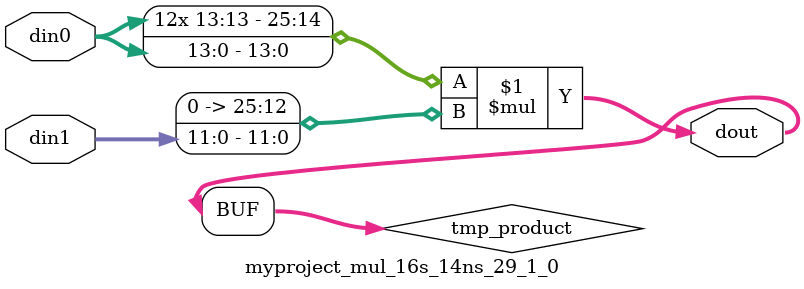
<source format=v>

`timescale 1 ns / 1 ps

  module myproject_mul_16s_14ns_29_1_0(din0, din1, dout);
parameter ID = 1;
parameter NUM_STAGE = 0;
parameter din0_WIDTH = 14;
parameter din1_WIDTH = 12;
parameter dout_WIDTH = 26;

input [din0_WIDTH - 1 : 0] din0; 
input [din1_WIDTH - 1 : 0] din1; 
output [dout_WIDTH - 1 : 0] dout;

wire signed [dout_WIDTH - 1 : 0] tmp_product;












assign tmp_product = $signed(din0) * $signed({1'b0, din1});









assign dout = tmp_product;







endmodule

</source>
